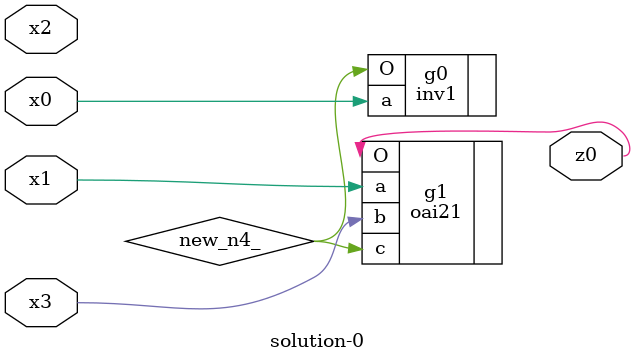
<source format=v>
module \solution-0 (
  x0, x1, x2, x3,
  z0 );
  input x0, x1, x2, x3;
  output z0;
  wire new_n4_;
  inv1  g0(.a(x0), .O(new_n4_));
  oai21  g1(.a(x1), .b(x3), .c(new_n4_), .O(z0));
endmodule

</source>
